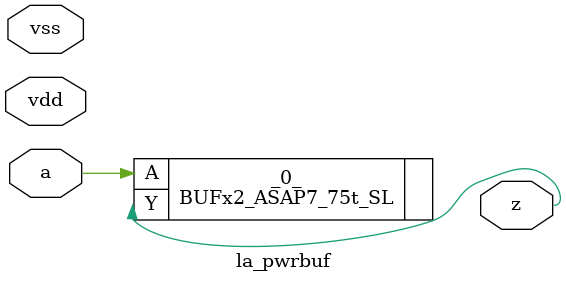
<source format=v>
/* Generated by Yosys 0.37 (git sha1 a5c7f69ed, clang 14.0.0-1ubuntu1.1 -fPIC -Os) */

module la_pwrbuf(vdd, vss, a, z);
  input a;
  wire a;
  input vdd;
  wire vdd;
  input vss;
  wire vss;
  output z;
  wire z;
  BUFx2_ASAP7_75t_SL _0_ (
    .A(a),
    .Y(z)
  );
endmodule

</source>
